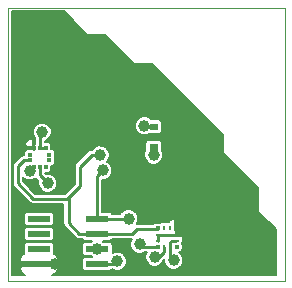
<source format=gtl>
G04 #@! TF.FileFunction,Copper,L1,Top,Signal*
%FSLAX46Y46*%
G04 Gerber Fmt 4.6, Leading zero omitted, Abs format (unit mm)*
G04 Created by KiCad (PCBNEW 4.0.7) date 01/17/18 14:56:10*
%MOMM*%
%LPD*%
G01*
G04 APERTURE LIST*
%ADD10C,0.152400*%
%ADD11C,0.100000*%
%ADD12R,0.800000X0.600000*%
%ADD13R,0.300000X0.400000*%
%ADD14R,0.400000X0.300000*%
%ADD15R,1.970000X0.600000*%
%ADD16R,0.400000X0.250000*%
%ADD17R,0.250000X0.400000*%
%ADD18C,1.000000*%
%ADD19C,0.250000*%
%ADD20C,0.203000*%
G04 APERTURE END LIST*
D10*
D11*
X37100000Y-36800000D02*
X37000000Y-36800000D01*
X37100000Y-13700000D02*
X37100000Y-36800000D01*
X36700000Y-13700000D02*
X37100000Y-13700000D01*
X35900000Y-13700000D02*
X36700000Y-13700000D01*
X13600000Y-13700000D02*
X35900000Y-13700000D01*
X13600000Y-36800000D02*
X13600000Y-13700000D01*
X37000000Y-36800000D02*
X13600000Y-36800000D01*
D12*
X25970000Y-25470000D03*
X25970000Y-23770000D03*
D13*
X15840000Y-27180000D03*
X16340000Y-27180000D03*
X16840000Y-27180000D03*
D14*
X17140000Y-26130000D03*
X17140000Y-26630000D03*
D13*
X16840000Y-25580000D03*
X16340000Y-25580000D03*
X15840000Y-25580000D03*
D14*
X15540000Y-26630000D03*
X15540000Y-26130000D03*
D15*
X21195000Y-35405000D03*
X21195000Y-34135000D03*
X21195000Y-32865000D03*
X21195000Y-31595000D03*
X16245000Y-31595000D03*
X16245000Y-32865000D03*
X16245000Y-34135000D03*
X16245000Y-35405000D03*
D14*
X26310000Y-32370000D03*
D16*
X26315000Y-32910000D03*
X26315000Y-33410000D03*
D14*
X26310000Y-33950000D03*
D17*
X26860000Y-33990000D03*
X27360000Y-33990000D03*
D14*
X27910000Y-33950000D03*
D16*
X27905000Y-33410000D03*
X27905000Y-32910000D03*
D14*
X27910000Y-32370000D03*
D17*
X27360000Y-32330000D03*
X26860000Y-32330000D03*
D18*
X27670000Y-35080000D03*
X25190000Y-23710000D03*
X21195000Y-34135000D03*
X16520000Y-24230000D03*
X15480000Y-27490000D03*
X26050000Y-34810000D03*
X22880000Y-35160000D03*
X25970000Y-26170000D03*
X24790000Y-33740000D03*
X23840000Y-31570000D03*
X21670000Y-27480000D03*
X17000000Y-28550000D03*
X21440000Y-26170000D03*
X22250000Y-24940000D03*
X18360000Y-24910000D03*
X17590000Y-35390000D03*
X28340000Y-31100000D03*
X31340000Y-31630000D03*
X29470000Y-33600000D03*
D19*
X27370000Y-33930000D02*
X27370000Y-34780000D01*
X27370000Y-34780000D02*
X27670000Y-35080000D01*
X27370000Y-33930000D02*
X27370000Y-33560000D01*
X27510000Y-33420000D02*
X27880000Y-33420000D01*
X27370000Y-33560000D02*
X27510000Y-33420000D01*
X25970000Y-23770000D02*
X25250000Y-23770000D01*
X25250000Y-23770000D02*
X25190000Y-23710000D01*
X16340000Y-25580000D02*
X16340000Y-24410000D01*
X16340000Y-24410000D02*
X16520000Y-24230000D01*
X15840000Y-27180000D02*
X15790000Y-27180000D01*
X15790000Y-27180000D02*
X15480000Y-27490000D01*
X16340000Y-25580000D02*
X16840000Y-25580000D01*
X26870000Y-33930000D02*
X26870000Y-34370000D01*
X26430000Y-34810000D02*
X26050000Y-34810000D01*
X26870000Y-34370000D02*
X26430000Y-34810000D01*
X21195000Y-35405000D02*
X22635000Y-35405000D01*
X22635000Y-35405000D02*
X22880000Y-35160000D01*
X25970000Y-25470000D02*
X25970000Y-26170000D01*
X21195000Y-31595000D02*
X23815000Y-31595000D01*
X24970000Y-33920000D02*
X26360000Y-33920000D01*
X24790000Y-33740000D02*
X24970000Y-33920000D01*
X23815000Y-31595000D02*
X23840000Y-31570000D01*
X21195000Y-31595000D02*
X21195000Y-27955000D01*
X21195000Y-27955000D02*
X21670000Y-27480000D01*
X17000000Y-28550000D02*
X16340000Y-27890000D01*
X16340000Y-27890000D02*
X16340000Y-27180000D01*
X21195000Y-32865000D02*
X24115000Y-32865000D01*
X24560000Y-32420000D02*
X26360000Y-32420000D01*
X24115000Y-32865000D02*
X24560000Y-32420000D01*
X21195000Y-32865000D02*
X19685000Y-32865000D01*
X18760000Y-31940000D02*
X18760000Y-29760000D01*
X19685000Y-32865000D02*
X18760000Y-31940000D01*
X15540000Y-26630000D02*
X14960000Y-26630000D01*
X20720000Y-26170000D02*
X21440000Y-26170000D01*
X19710000Y-27180000D02*
X20720000Y-26170000D01*
X19710000Y-28810000D02*
X19710000Y-27180000D01*
X18650000Y-29870000D02*
X18760000Y-29760000D01*
X18760000Y-29760000D02*
X19710000Y-28810000D01*
X15750000Y-29870000D02*
X18650000Y-29870000D01*
X14450000Y-28570000D02*
X15750000Y-29870000D01*
X14450000Y-27140000D02*
X14450000Y-28570000D01*
X14960000Y-26630000D02*
X14450000Y-27140000D01*
X28440000Y-33680000D02*
X28440000Y-33040000D01*
X28495000Y-33625000D02*
X28440000Y-33680000D01*
X28495000Y-33095000D02*
X28495000Y-33625000D01*
X28195000Y-32795000D02*
X28195000Y-32910000D01*
X28440000Y-33040000D02*
X28195000Y-32795000D01*
X27870000Y-32910000D02*
X28195000Y-32910000D01*
X28610000Y-33210000D02*
X28630000Y-33210000D01*
X28495000Y-33095000D02*
X28610000Y-33210000D01*
X27870000Y-32410000D02*
X27870000Y-32130000D01*
X27870000Y-32130000D02*
X28230000Y-31770000D01*
X27870000Y-32410000D02*
X27870000Y-32320000D01*
X27870000Y-32320000D02*
X28390000Y-31800000D01*
X27870000Y-32910000D02*
X27870000Y-32550000D01*
X27870000Y-32550000D02*
X28520000Y-31900000D01*
X27870000Y-32910000D02*
X27870000Y-32790000D01*
X27870000Y-32790000D02*
X28570000Y-32090000D01*
X27870000Y-32910000D02*
X28080000Y-32910000D01*
X28080000Y-32910000D02*
X28610000Y-32380000D01*
X27870000Y-32910000D02*
X28250000Y-32910000D01*
X28250000Y-32910000D02*
X28610000Y-32550000D01*
X27870000Y-32910000D02*
X28480000Y-32910000D01*
X28480000Y-32910000D02*
X28520000Y-32870000D01*
X26350000Y-33410000D02*
X26350000Y-32910000D01*
X26350000Y-32910000D02*
X27870000Y-32910000D01*
X27870000Y-32910000D02*
X27870000Y-32410000D01*
X17575000Y-35405000D02*
X16245000Y-35405000D01*
X17590000Y-35390000D02*
X17575000Y-35405000D01*
D20*
G36*
X20328229Y-15971771D02*
X20361806Y-15994040D01*
X20400000Y-16001500D01*
X21857958Y-16001500D01*
X24328229Y-18471771D01*
X24361806Y-18494040D01*
X24400000Y-18501500D01*
X25857958Y-18501500D01*
X31798500Y-24442042D01*
X31798500Y-25900000D01*
X31806497Y-25939489D01*
X31828229Y-25971771D01*
X34798500Y-28942042D01*
X34798500Y-30900000D01*
X34806497Y-30939489D01*
X34828229Y-30971771D01*
X36298500Y-32442042D01*
X36298500Y-36298500D01*
X17389864Y-36298500D01*
X17575254Y-36221709D01*
X17746709Y-36050254D01*
X17839500Y-35826237D01*
X17839500Y-35707375D01*
X17687125Y-35555000D01*
X16397500Y-35555000D01*
X16397500Y-35577500D01*
X16092500Y-35577500D01*
X16092500Y-35555000D01*
X14802875Y-35555000D01*
X14650500Y-35707375D01*
X14650500Y-35826237D01*
X14743291Y-36050254D01*
X14914746Y-36221709D01*
X15100136Y-36298500D01*
X14001500Y-36298500D01*
X14001500Y-34983763D01*
X14650500Y-34983763D01*
X14650500Y-35102625D01*
X14802875Y-35255000D01*
X16092500Y-35255000D01*
X16092500Y-35232500D01*
X16397500Y-35232500D01*
X16397500Y-35255000D01*
X17687125Y-35255000D01*
X17839500Y-35102625D01*
X17839500Y-34983763D01*
X17746709Y-34759746D01*
X17575254Y-34588291D01*
X17511765Y-34561993D01*
X17516005Y-34555788D01*
X17540465Y-34435000D01*
X17540465Y-33835000D01*
X17519233Y-33722159D01*
X17452544Y-33618522D01*
X17350788Y-33548995D01*
X17230000Y-33524535D01*
X15260000Y-33524535D01*
X15147159Y-33545767D01*
X15043522Y-33612456D01*
X14973995Y-33714212D01*
X14949535Y-33835000D01*
X14949535Y-34435000D01*
X14970767Y-34547841D01*
X14979529Y-34561457D01*
X14914746Y-34588291D01*
X14743291Y-34759746D01*
X14650500Y-34983763D01*
X14001500Y-34983763D01*
X14001500Y-32565000D01*
X14949535Y-32565000D01*
X14949535Y-33165000D01*
X14970767Y-33277841D01*
X15037456Y-33381478D01*
X15139212Y-33451005D01*
X15260000Y-33475465D01*
X17230000Y-33475465D01*
X17342841Y-33454233D01*
X17446478Y-33387544D01*
X17516005Y-33285788D01*
X17540465Y-33165000D01*
X17540465Y-32565000D01*
X17519233Y-32452159D01*
X17452544Y-32348522D01*
X17350788Y-32278995D01*
X17230000Y-32254535D01*
X15260000Y-32254535D01*
X15147159Y-32275767D01*
X15043522Y-32342456D01*
X14973995Y-32444212D01*
X14949535Y-32565000D01*
X14001500Y-32565000D01*
X14001500Y-31295000D01*
X14949535Y-31295000D01*
X14949535Y-31895000D01*
X14970767Y-32007841D01*
X15037456Y-32111478D01*
X15139212Y-32181005D01*
X15260000Y-32205465D01*
X17230000Y-32205465D01*
X17342841Y-32184233D01*
X17446478Y-32117544D01*
X17516005Y-32015788D01*
X17540465Y-31895000D01*
X17540465Y-31295000D01*
X17519233Y-31182159D01*
X17452544Y-31078522D01*
X17350788Y-31008995D01*
X17230000Y-30984535D01*
X15260000Y-30984535D01*
X15147159Y-31005767D01*
X15043522Y-31072456D01*
X14973995Y-31174212D01*
X14949535Y-31295000D01*
X14001500Y-31295000D01*
X14001500Y-27140000D01*
X14020500Y-27140000D01*
X14020500Y-28570000D01*
X14053194Y-28734363D01*
X14132934Y-28853702D01*
X14146298Y-28873702D01*
X15446298Y-30173703D01*
X15585638Y-30266807D01*
X15750000Y-30299500D01*
X18330500Y-30299500D01*
X18330500Y-31940000D01*
X18363194Y-32104363D01*
X18410727Y-32175500D01*
X18456298Y-32243702D01*
X19381298Y-33168703D01*
X19520638Y-33261807D01*
X19685000Y-33294500D01*
X19931487Y-33294500D01*
X19987456Y-33381478D01*
X20089212Y-33451005D01*
X20210000Y-33475465D01*
X20716958Y-33475465D01*
X20667802Y-33524535D01*
X20210000Y-33524535D01*
X20097159Y-33545767D01*
X19993522Y-33612456D01*
X19923995Y-33714212D01*
X19899535Y-33835000D01*
X19899535Y-34435000D01*
X19920767Y-34547841D01*
X19987456Y-34651478D01*
X20089212Y-34721005D01*
X20210000Y-34745465D01*
X20667657Y-34745465D01*
X20716642Y-34794535D01*
X20210000Y-34794535D01*
X20097159Y-34815767D01*
X19993522Y-34882456D01*
X19923995Y-34984212D01*
X19899535Y-35105000D01*
X19899535Y-35705000D01*
X19920767Y-35817841D01*
X19987456Y-35921478D01*
X20089212Y-35991005D01*
X20210000Y-36015465D01*
X22180000Y-36015465D01*
X22292841Y-35994233D01*
X22396478Y-35927544D01*
X22448224Y-35851811D01*
X22719273Y-35964360D01*
X23039323Y-35964639D01*
X23335117Y-35842420D01*
X23561624Y-35616308D01*
X23684360Y-35320727D01*
X23684639Y-35000677D01*
X23562420Y-34704883D01*
X23336308Y-34478376D01*
X23040727Y-34355640D01*
X22720677Y-34355361D01*
X22487044Y-34451896D01*
X22490465Y-34435000D01*
X22490465Y-33835000D01*
X22469233Y-33722159D01*
X22402544Y-33618522D01*
X22300788Y-33548995D01*
X22180000Y-33524535D01*
X21722343Y-33524535D01*
X21673358Y-33475465D01*
X22180000Y-33475465D01*
X22292841Y-33454233D01*
X22396478Y-33387544D01*
X22460052Y-33294500D01*
X24103888Y-33294500D01*
X23985640Y-33579273D01*
X23985361Y-33899323D01*
X24107580Y-34195117D01*
X24333692Y-34421624D01*
X24629273Y-34544360D01*
X24949323Y-34544639D01*
X25245117Y-34422420D01*
X25318164Y-34349500D01*
X25372575Y-34349500D01*
X25368376Y-34353692D01*
X25245640Y-34649273D01*
X25245361Y-34969323D01*
X25367580Y-35265117D01*
X25593692Y-35491624D01*
X25889273Y-35614360D01*
X26209323Y-35614639D01*
X26505117Y-35492420D01*
X26731624Y-35266308D01*
X26838513Y-35008891D01*
X26865585Y-34981819D01*
X26865361Y-35239323D01*
X26987580Y-35535117D01*
X27213692Y-35761624D01*
X27509273Y-35884360D01*
X27829323Y-35884639D01*
X28125117Y-35762420D01*
X28351624Y-35536308D01*
X28474360Y-35240727D01*
X28474639Y-34920677D01*
X28352420Y-34624883D01*
X28133889Y-34405970D01*
X28222841Y-34389233D01*
X28326478Y-34322544D01*
X28396005Y-34220788D01*
X28420465Y-34100000D01*
X28420465Y-33800000D01*
X28399233Y-33687159D01*
X28384846Y-33664802D01*
X28391005Y-33655788D01*
X28408586Y-33568968D01*
X28450254Y-33551709D01*
X28621709Y-33380254D01*
X28714500Y-33156237D01*
X28714500Y-33124875D01*
X28562125Y-32972500D01*
X28519463Y-32972500D01*
X28626709Y-32865254D01*
X28684931Y-32724694D01*
X28714500Y-32695125D01*
X28714500Y-32663763D01*
X28712335Y-32658536D01*
X28719500Y-32641237D01*
X28719500Y-32597375D01*
X28664021Y-32541896D01*
X28621709Y-32439746D01*
X28476963Y-32295000D01*
X28567125Y-32295000D01*
X28719500Y-32142625D01*
X28719500Y-32098763D01*
X28626709Y-31874746D01*
X28455254Y-31703291D01*
X28231237Y-31610500D01*
X28162375Y-31610500D01*
X28010000Y-31762875D01*
X28010000Y-32295000D01*
X28037875Y-32295000D01*
X28005000Y-32327875D01*
X28005000Y-32520000D01*
X27810000Y-32520000D01*
X27810000Y-32445000D01*
X27805000Y-32445000D01*
X27805000Y-32327875D01*
X27795465Y-32318340D01*
X27795465Y-32295000D01*
X27810000Y-32295000D01*
X27810000Y-31762875D01*
X27657625Y-31610500D01*
X27588763Y-31610500D01*
X27364746Y-31703291D01*
X27248502Y-31819535D01*
X27235000Y-31819535D01*
X27122159Y-31840767D01*
X27111295Y-31847758D01*
X27105788Y-31843995D01*
X26985000Y-31819535D01*
X26735000Y-31819535D01*
X26622159Y-31840767D01*
X26518522Y-31907456D01*
X26516238Y-31910798D01*
X26510000Y-31909535D01*
X26110000Y-31909535D01*
X25997159Y-31930767D01*
X25904332Y-31990500D01*
X24560000Y-31990500D01*
X24534376Y-31995597D01*
X24644360Y-31730727D01*
X24644639Y-31410677D01*
X24522420Y-31114883D01*
X24296308Y-30888376D01*
X24000727Y-30765640D01*
X23680677Y-30765361D01*
X23384883Y-30887580D01*
X23158376Y-31113692D01*
X23136863Y-31165500D01*
X22458513Y-31165500D01*
X22402544Y-31078522D01*
X22300788Y-31008995D01*
X22180000Y-30984535D01*
X21624500Y-30984535D01*
X21624500Y-28284460D01*
X21829323Y-28284639D01*
X22125117Y-28162420D01*
X22351624Y-27936308D01*
X22474360Y-27640727D01*
X22474639Y-27320677D01*
X22352420Y-27024883D01*
X22126308Y-26798376D01*
X22001267Y-26746455D01*
X22121624Y-26626308D01*
X22244360Y-26330727D01*
X22244361Y-26329323D01*
X25165361Y-26329323D01*
X25287580Y-26625117D01*
X25513692Y-26851624D01*
X25809273Y-26974360D01*
X26129323Y-26974639D01*
X26425117Y-26852420D01*
X26651624Y-26626308D01*
X26774360Y-26330727D01*
X26774639Y-26010677D01*
X26678731Y-25778561D01*
X26680465Y-25770000D01*
X26680465Y-25170000D01*
X26659233Y-25057159D01*
X26592544Y-24953522D01*
X26490788Y-24883995D01*
X26370000Y-24859535D01*
X25570000Y-24859535D01*
X25457159Y-24880767D01*
X25353522Y-24947456D01*
X25283995Y-25049212D01*
X25259535Y-25170000D01*
X25259535Y-25770000D01*
X25261238Y-25779049D01*
X25165640Y-26009273D01*
X25165361Y-26329323D01*
X22244361Y-26329323D01*
X22244639Y-26010677D01*
X22122420Y-25714883D01*
X21896308Y-25488376D01*
X21600727Y-25365640D01*
X21280677Y-25365361D01*
X20984883Y-25487580D01*
X20758376Y-25713692D01*
X20747244Y-25740500D01*
X20720000Y-25740500D01*
X20555638Y-25773193D01*
X20416298Y-25866297D01*
X19406298Y-26876298D01*
X19313194Y-27015637D01*
X19280500Y-27180000D01*
X19280500Y-28632096D01*
X18472096Y-29440500D01*
X15927905Y-29440500D01*
X14879500Y-28392096D01*
X14879500Y-28027180D01*
X15023692Y-28171624D01*
X15319273Y-28294360D01*
X15639323Y-28294639D01*
X15935117Y-28172420D01*
X15987282Y-28120346D01*
X16000750Y-28140501D01*
X16036298Y-28193702D01*
X16206270Y-28363674D01*
X16195640Y-28389273D01*
X16195361Y-28709323D01*
X16317580Y-29005117D01*
X16543692Y-29231624D01*
X16839273Y-29354360D01*
X17159323Y-29354639D01*
X17455117Y-29232420D01*
X17681624Y-29006308D01*
X17804360Y-28710727D01*
X17804639Y-28390677D01*
X17682420Y-28094883D01*
X17456308Y-27868376D01*
X17160727Y-27745640D01*
X16840677Y-27745361D01*
X16813850Y-27756446D01*
X16769500Y-27712096D01*
X16769500Y-27690465D01*
X16990000Y-27690465D01*
X17102841Y-27669233D01*
X17206478Y-27602544D01*
X17276005Y-27500788D01*
X17300465Y-27380000D01*
X17300465Y-27090465D01*
X17340000Y-27090465D01*
X17452841Y-27069233D01*
X17556478Y-27002544D01*
X17626005Y-26900788D01*
X17650465Y-26780000D01*
X17650465Y-26480000D01*
X17630958Y-26376328D01*
X17650465Y-26280000D01*
X17650465Y-25980000D01*
X17629233Y-25867159D01*
X17562544Y-25763522D01*
X17460788Y-25693995D01*
X17340000Y-25669535D01*
X17300465Y-25669535D01*
X17300465Y-25380000D01*
X17279233Y-25267159D01*
X17212544Y-25163522D01*
X17110788Y-25093995D01*
X16990000Y-25069535D01*
X16769500Y-25069535D01*
X16769500Y-24997379D01*
X16975117Y-24912420D01*
X17201624Y-24686308D01*
X17324360Y-24390727D01*
X17324639Y-24070677D01*
X17241442Y-23869323D01*
X24385361Y-23869323D01*
X24507580Y-24165117D01*
X24733692Y-24391624D01*
X25029273Y-24514360D01*
X25349323Y-24514639D01*
X25645117Y-24392420D01*
X25657093Y-24380465D01*
X26370000Y-24380465D01*
X26482841Y-24359233D01*
X26586478Y-24292544D01*
X26656005Y-24190788D01*
X26680465Y-24070000D01*
X26680465Y-23470000D01*
X26659233Y-23357159D01*
X26592544Y-23253522D01*
X26490788Y-23183995D01*
X26370000Y-23159535D01*
X25777238Y-23159535D01*
X25646308Y-23028376D01*
X25350727Y-22905640D01*
X25030677Y-22905361D01*
X24734883Y-23027580D01*
X24508376Y-23253692D01*
X24385640Y-23549273D01*
X24385361Y-23869323D01*
X17241442Y-23869323D01*
X17202420Y-23774883D01*
X16976308Y-23548376D01*
X16680727Y-23425640D01*
X16360677Y-23425361D01*
X16064883Y-23547580D01*
X15838376Y-23773692D01*
X15715640Y-24069273D01*
X15715361Y-24389323D01*
X15837580Y-24685117D01*
X15910500Y-24758164D01*
X15910500Y-25249692D01*
X15903995Y-25259212D01*
X15879535Y-25380000D01*
X15879535Y-25706804D01*
X15860788Y-25693995D01*
X15740000Y-25669535D01*
X15340000Y-25669535D01*
X15284382Y-25680000D01*
X15232875Y-25680000D01*
X15212991Y-25699884D01*
X15123522Y-25757456D01*
X15053995Y-25859212D01*
X15029535Y-25980000D01*
X15029535Y-26200500D01*
X14960000Y-26200500D01*
X14795637Y-26233194D01*
X14700581Y-26296709D01*
X14656298Y-26326298D01*
X14146298Y-26836298D01*
X14053194Y-26975637D01*
X14020500Y-27140000D01*
X14001500Y-27140000D01*
X14001500Y-25258763D01*
X15080500Y-25258763D01*
X15080500Y-25327625D01*
X15232875Y-25480000D01*
X15765000Y-25480000D01*
X15765000Y-24922875D01*
X15612625Y-24770500D01*
X15568763Y-24770500D01*
X15344746Y-24863291D01*
X15173291Y-25034746D01*
X15080500Y-25258763D01*
X14001500Y-25258763D01*
X14001500Y-14001500D01*
X18357958Y-14001500D01*
X20328229Y-15971771D01*
X20328229Y-15971771D01*
G37*
X20328229Y-15971771D02*
X20361806Y-15994040D01*
X20400000Y-16001500D01*
X21857958Y-16001500D01*
X24328229Y-18471771D01*
X24361806Y-18494040D01*
X24400000Y-18501500D01*
X25857958Y-18501500D01*
X31798500Y-24442042D01*
X31798500Y-25900000D01*
X31806497Y-25939489D01*
X31828229Y-25971771D01*
X34798500Y-28942042D01*
X34798500Y-30900000D01*
X34806497Y-30939489D01*
X34828229Y-30971771D01*
X36298500Y-32442042D01*
X36298500Y-36298500D01*
X17389864Y-36298500D01*
X17575254Y-36221709D01*
X17746709Y-36050254D01*
X17839500Y-35826237D01*
X17839500Y-35707375D01*
X17687125Y-35555000D01*
X16397500Y-35555000D01*
X16397500Y-35577500D01*
X16092500Y-35577500D01*
X16092500Y-35555000D01*
X14802875Y-35555000D01*
X14650500Y-35707375D01*
X14650500Y-35826237D01*
X14743291Y-36050254D01*
X14914746Y-36221709D01*
X15100136Y-36298500D01*
X14001500Y-36298500D01*
X14001500Y-34983763D01*
X14650500Y-34983763D01*
X14650500Y-35102625D01*
X14802875Y-35255000D01*
X16092500Y-35255000D01*
X16092500Y-35232500D01*
X16397500Y-35232500D01*
X16397500Y-35255000D01*
X17687125Y-35255000D01*
X17839500Y-35102625D01*
X17839500Y-34983763D01*
X17746709Y-34759746D01*
X17575254Y-34588291D01*
X17511765Y-34561993D01*
X17516005Y-34555788D01*
X17540465Y-34435000D01*
X17540465Y-33835000D01*
X17519233Y-33722159D01*
X17452544Y-33618522D01*
X17350788Y-33548995D01*
X17230000Y-33524535D01*
X15260000Y-33524535D01*
X15147159Y-33545767D01*
X15043522Y-33612456D01*
X14973995Y-33714212D01*
X14949535Y-33835000D01*
X14949535Y-34435000D01*
X14970767Y-34547841D01*
X14979529Y-34561457D01*
X14914746Y-34588291D01*
X14743291Y-34759746D01*
X14650500Y-34983763D01*
X14001500Y-34983763D01*
X14001500Y-32565000D01*
X14949535Y-32565000D01*
X14949535Y-33165000D01*
X14970767Y-33277841D01*
X15037456Y-33381478D01*
X15139212Y-33451005D01*
X15260000Y-33475465D01*
X17230000Y-33475465D01*
X17342841Y-33454233D01*
X17446478Y-33387544D01*
X17516005Y-33285788D01*
X17540465Y-33165000D01*
X17540465Y-32565000D01*
X17519233Y-32452159D01*
X17452544Y-32348522D01*
X17350788Y-32278995D01*
X17230000Y-32254535D01*
X15260000Y-32254535D01*
X15147159Y-32275767D01*
X15043522Y-32342456D01*
X14973995Y-32444212D01*
X14949535Y-32565000D01*
X14001500Y-32565000D01*
X14001500Y-31295000D01*
X14949535Y-31295000D01*
X14949535Y-31895000D01*
X14970767Y-32007841D01*
X15037456Y-32111478D01*
X15139212Y-32181005D01*
X15260000Y-32205465D01*
X17230000Y-32205465D01*
X17342841Y-32184233D01*
X17446478Y-32117544D01*
X17516005Y-32015788D01*
X17540465Y-31895000D01*
X17540465Y-31295000D01*
X17519233Y-31182159D01*
X17452544Y-31078522D01*
X17350788Y-31008995D01*
X17230000Y-30984535D01*
X15260000Y-30984535D01*
X15147159Y-31005767D01*
X15043522Y-31072456D01*
X14973995Y-31174212D01*
X14949535Y-31295000D01*
X14001500Y-31295000D01*
X14001500Y-27140000D01*
X14020500Y-27140000D01*
X14020500Y-28570000D01*
X14053194Y-28734363D01*
X14132934Y-28853702D01*
X14146298Y-28873702D01*
X15446298Y-30173703D01*
X15585638Y-30266807D01*
X15750000Y-30299500D01*
X18330500Y-30299500D01*
X18330500Y-31940000D01*
X18363194Y-32104363D01*
X18410727Y-32175500D01*
X18456298Y-32243702D01*
X19381298Y-33168703D01*
X19520638Y-33261807D01*
X19685000Y-33294500D01*
X19931487Y-33294500D01*
X19987456Y-33381478D01*
X20089212Y-33451005D01*
X20210000Y-33475465D01*
X20716958Y-33475465D01*
X20667802Y-33524535D01*
X20210000Y-33524535D01*
X20097159Y-33545767D01*
X19993522Y-33612456D01*
X19923995Y-33714212D01*
X19899535Y-33835000D01*
X19899535Y-34435000D01*
X19920767Y-34547841D01*
X19987456Y-34651478D01*
X20089212Y-34721005D01*
X20210000Y-34745465D01*
X20667657Y-34745465D01*
X20716642Y-34794535D01*
X20210000Y-34794535D01*
X20097159Y-34815767D01*
X19993522Y-34882456D01*
X19923995Y-34984212D01*
X19899535Y-35105000D01*
X19899535Y-35705000D01*
X19920767Y-35817841D01*
X19987456Y-35921478D01*
X20089212Y-35991005D01*
X20210000Y-36015465D01*
X22180000Y-36015465D01*
X22292841Y-35994233D01*
X22396478Y-35927544D01*
X22448224Y-35851811D01*
X22719273Y-35964360D01*
X23039323Y-35964639D01*
X23335117Y-35842420D01*
X23561624Y-35616308D01*
X23684360Y-35320727D01*
X23684639Y-35000677D01*
X23562420Y-34704883D01*
X23336308Y-34478376D01*
X23040727Y-34355640D01*
X22720677Y-34355361D01*
X22487044Y-34451896D01*
X22490465Y-34435000D01*
X22490465Y-33835000D01*
X22469233Y-33722159D01*
X22402544Y-33618522D01*
X22300788Y-33548995D01*
X22180000Y-33524535D01*
X21722343Y-33524535D01*
X21673358Y-33475465D01*
X22180000Y-33475465D01*
X22292841Y-33454233D01*
X22396478Y-33387544D01*
X22460052Y-33294500D01*
X24103888Y-33294500D01*
X23985640Y-33579273D01*
X23985361Y-33899323D01*
X24107580Y-34195117D01*
X24333692Y-34421624D01*
X24629273Y-34544360D01*
X24949323Y-34544639D01*
X25245117Y-34422420D01*
X25318164Y-34349500D01*
X25372575Y-34349500D01*
X25368376Y-34353692D01*
X25245640Y-34649273D01*
X25245361Y-34969323D01*
X25367580Y-35265117D01*
X25593692Y-35491624D01*
X25889273Y-35614360D01*
X26209323Y-35614639D01*
X26505117Y-35492420D01*
X26731624Y-35266308D01*
X26838513Y-35008891D01*
X26865585Y-34981819D01*
X26865361Y-35239323D01*
X26987580Y-35535117D01*
X27213692Y-35761624D01*
X27509273Y-35884360D01*
X27829323Y-35884639D01*
X28125117Y-35762420D01*
X28351624Y-35536308D01*
X28474360Y-35240727D01*
X28474639Y-34920677D01*
X28352420Y-34624883D01*
X28133889Y-34405970D01*
X28222841Y-34389233D01*
X28326478Y-34322544D01*
X28396005Y-34220788D01*
X28420465Y-34100000D01*
X28420465Y-33800000D01*
X28399233Y-33687159D01*
X28384846Y-33664802D01*
X28391005Y-33655788D01*
X28408586Y-33568968D01*
X28450254Y-33551709D01*
X28621709Y-33380254D01*
X28714500Y-33156237D01*
X28714500Y-33124875D01*
X28562125Y-32972500D01*
X28519463Y-32972500D01*
X28626709Y-32865254D01*
X28684931Y-32724694D01*
X28714500Y-32695125D01*
X28714500Y-32663763D01*
X28712335Y-32658536D01*
X28719500Y-32641237D01*
X28719500Y-32597375D01*
X28664021Y-32541896D01*
X28621709Y-32439746D01*
X28476963Y-32295000D01*
X28567125Y-32295000D01*
X28719500Y-32142625D01*
X28719500Y-32098763D01*
X28626709Y-31874746D01*
X28455254Y-31703291D01*
X28231237Y-31610500D01*
X28162375Y-31610500D01*
X28010000Y-31762875D01*
X28010000Y-32295000D01*
X28037875Y-32295000D01*
X28005000Y-32327875D01*
X28005000Y-32520000D01*
X27810000Y-32520000D01*
X27810000Y-32445000D01*
X27805000Y-32445000D01*
X27805000Y-32327875D01*
X27795465Y-32318340D01*
X27795465Y-32295000D01*
X27810000Y-32295000D01*
X27810000Y-31762875D01*
X27657625Y-31610500D01*
X27588763Y-31610500D01*
X27364746Y-31703291D01*
X27248502Y-31819535D01*
X27235000Y-31819535D01*
X27122159Y-31840767D01*
X27111295Y-31847758D01*
X27105788Y-31843995D01*
X26985000Y-31819535D01*
X26735000Y-31819535D01*
X26622159Y-31840767D01*
X26518522Y-31907456D01*
X26516238Y-31910798D01*
X26510000Y-31909535D01*
X26110000Y-31909535D01*
X25997159Y-31930767D01*
X25904332Y-31990500D01*
X24560000Y-31990500D01*
X24534376Y-31995597D01*
X24644360Y-31730727D01*
X24644639Y-31410677D01*
X24522420Y-31114883D01*
X24296308Y-30888376D01*
X24000727Y-30765640D01*
X23680677Y-30765361D01*
X23384883Y-30887580D01*
X23158376Y-31113692D01*
X23136863Y-31165500D01*
X22458513Y-31165500D01*
X22402544Y-31078522D01*
X22300788Y-31008995D01*
X22180000Y-30984535D01*
X21624500Y-30984535D01*
X21624500Y-28284460D01*
X21829323Y-28284639D01*
X22125117Y-28162420D01*
X22351624Y-27936308D01*
X22474360Y-27640727D01*
X22474639Y-27320677D01*
X22352420Y-27024883D01*
X22126308Y-26798376D01*
X22001267Y-26746455D01*
X22121624Y-26626308D01*
X22244360Y-26330727D01*
X22244361Y-26329323D01*
X25165361Y-26329323D01*
X25287580Y-26625117D01*
X25513692Y-26851624D01*
X25809273Y-26974360D01*
X26129323Y-26974639D01*
X26425117Y-26852420D01*
X26651624Y-26626308D01*
X26774360Y-26330727D01*
X26774639Y-26010677D01*
X26678731Y-25778561D01*
X26680465Y-25770000D01*
X26680465Y-25170000D01*
X26659233Y-25057159D01*
X26592544Y-24953522D01*
X26490788Y-24883995D01*
X26370000Y-24859535D01*
X25570000Y-24859535D01*
X25457159Y-24880767D01*
X25353522Y-24947456D01*
X25283995Y-25049212D01*
X25259535Y-25170000D01*
X25259535Y-25770000D01*
X25261238Y-25779049D01*
X25165640Y-26009273D01*
X25165361Y-26329323D01*
X22244361Y-26329323D01*
X22244639Y-26010677D01*
X22122420Y-25714883D01*
X21896308Y-25488376D01*
X21600727Y-25365640D01*
X21280677Y-25365361D01*
X20984883Y-25487580D01*
X20758376Y-25713692D01*
X20747244Y-25740500D01*
X20720000Y-25740500D01*
X20555638Y-25773193D01*
X20416298Y-25866297D01*
X19406298Y-26876298D01*
X19313194Y-27015637D01*
X19280500Y-27180000D01*
X19280500Y-28632096D01*
X18472096Y-29440500D01*
X15927905Y-29440500D01*
X14879500Y-28392096D01*
X14879500Y-28027180D01*
X15023692Y-28171624D01*
X15319273Y-28294360D01*
X15639323Y-28294639D01*
X15935117Y-28172420D01*
X15987282Y-28120346D01*
X16000750Y-28140501D01*
X16036298Y-28193702D01*
X16206270Y-28363674D01*
X16195640Y-28389273D01*
X16195361Y-28709323D01*
X16317580Y-29005117D01*
X16543692Y-29231624D01*
X16839273Y-29354360D01*
X17159323Y-29354639D01*
X17455117Y-29232420D01*
X17681624Y-29006308D01*
X17804360Y-28710727D01*
X17804639Y-28390677D01*
X17682420Y-28094883D01*
X17456308Y-27868376D01*
X17160727Y-27745640D01*
X16840677Y-27745361D01*
X16813850Y-27756446D01*
X16769500Y-27712096D01*
X16769500Y-27690465D01*
X16990000Y-27690465D01*
X17102841Y-27669233D01*
X17206478Y-27602544D01*
X17276005Y-27500788D01*
X17300465Y-27380000D01*
X17300465Y-27090465D01*
X17340000Y-27090465D01*
X17452841Y-27069233D01*
X17556478Y-27002544D01*
X17626005Y-26900788D01*
X17650465Y-26780000D01*
X17650465Y-26480000D01*
X17630958Y-26376328D01*
X17650465Y-26280000D01*
X17650465Y-25980000D01*
X17629233Y-25867159D01*
X17562544Y-25763522D01*
X17460788Y-25693995D01*
X17340000Y-25669535D01*
X17300465Y-25669535D01*
X17300465Y-25380000D01*
X17279233Y-25267159D01*
X17212544Y-25163522D01*
X17110788Y-25093995D01*
X16990000Y-25069535D01*
X16769500Y-25069535D01*
X16769500Y-24997379D01*
X16975117Y-24912420D01*
X17201624Y-24686308D01*
X17324360Y-24390727D01*
X17324639Y-24070677D01*
X17241442Y-23869323D01*
X24385361Y-23869323D01*
X24507580Y-24165117D01*
X24733692Y-24391624D01*
X25029273Y-24514360D01*
X25349323Y-24514639D01*
X25645117Y-24392420D01*
X25657093Y-24380465D01*
X26370000Y-24380465D01*
X26482841Y-24359233D01*
X26586478Y-24292544D01*
X26656005Y-24190788D01*
X26680465Y-24070000D01*
X26680465Y-23470000D01*
X26659233Y-23357159D01*
X26592544Y-23253522D01*
X26490788Y-23183995D01*
X26370000Y-23159535D01*
X25777238Y-23159535D01*
X25646308Y-23028376D01*
X25350727Y-22905640D01*
X25030677Y-22905361D01*
X24734883Y-23027580D01*
X24508376Y-23253692D01*
X24385640Y-23549273D01*
X24385361Y-23869323D01*
X17241442Y-23869323D01*
X17202420Y-23774883D01*
X16976308Y-23548376D01*
X16680727Y-23425640D01*
X16360677Y-23425361D01*
X16064883Y-23547580D01*
X15838376Y-23773692D01*
X15715640Y-24069273D01*
X15715361Y-24389323D01*
X15837580Y-24685117D01*
X15910500Y-24758164D01*
X15910500Y-25249692D01*
X15903995Y-25259212D01*
X15879535Y-25380000D01*
X15879535Y-25706804D01*
X15860788Y-25693995D01*
X15740000Y-25669535D01*
X15340000Y-25669535D01*
X15284382Y-25680000D01*
X15232875Y-25680000D01*
X15212991Y-25699884D01*
X15123522Y-25757456D01*
X15053995Y-25859212D01*
X15029535Y-25980000D01*
X15029535Y-26200500D01*
X14960000Y-26200500D01*
X14795637Y-26233194D01*
X14700581Y-26296709D01*
X14656298Y-26326298D01*
X14146298Y-26836298D01*
X14053194Y-26975637D01*
X14020500Y-27140000D01*
X14001500Y-27140000D01*
X14001500Y-25258763D01*
X15080500Y-25258763D01*
X15080500Y-25327625D01*
X15232875Y-25480000D01*
X15765000Y-25480000D01*
X15765000Y-24922875D01*
X15612625Y-24770500D01*
X15568763Y-24770500D01*
X15344746Y-24863291D01*
X15173291Y-25034746D01*
X15080500Y-25258763D01*
X14001500Y-25258763D01*
X14001500Y-14001500D01*
X18357958Y-14001500D01*
X20328229Y-15971771D01*
M02*

</source>
